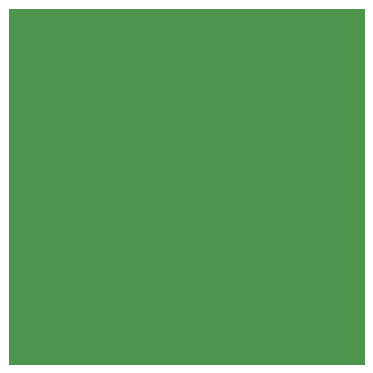
<source format=gbr>
%TF.GenerationSoftware,KiCad,Pcbnew,6.0.6*%
%TF.CreationDate,2022-07-25T13:00:04+00:00*%
%TF.ProjectId,QPL9065,51504c39-3036-4352-9e6b-696361645f70,rev?*%
%TF.SameCoordinates,Original*%
%TF.FileFunction,Soldermask,Bot*%
%TF.FilePolarity,Negative*%
%FSLAX46Y46*%
G04 Gerber Fmt 4.6, Leading zero omitted, Abs format (unit mm)*
G04 Created by KiCad (PCBNEW 6.0.6) date 2022-07-25 13:00:04*
%MOMM*%
%LPD*%
G01*
G04 APERTURE LIST*
G04 Aperture macros list*
%AMRoundRect*
0 Rectangle with rounded corners*
0 $1 Rounding radius*
0 $2 $3 $4 $5 $6 $7 $8 $9 X,Y pos of 4 corners*
0 Add a 4 corners polygon primitive as box body*
4,1,4,$2,$3,$4,$5,$6,$7,$8,$9,$2,$3,0*
0 Add four circle primitives for the rounded corners*
1,1,$1+$1,$2,$3*
1,1,$1+$1,$4,$5*
1,1,$1+$1,$6,$7*
1,1,$1+$1,$8,$9*
0 Add four rect primitives between the rounded corners*
20,1,$1+$1,$2,$3,$4,$5,0*
20,1,$1+$1,$4,$5,$6,$7,0*
20,1,$1+$1,$6,$7,$8,$9,0*
20,1,$1+$1,$8,$9,$2,$3,0*%
G04 Aperture macros list end*
%ADD10C,0.100000*%
%ADD11C,3.300000*%
%ADD12RoundRect,0.050000X0.750000X2.540000X-0.750000X2.540000X-0.750000X-2.540000X0.750000X-2.540000X0*%
G04 APERTURE END LIST*
D10*
G36*
X165000000Y-109000000D02*
G01*
X135000000Y-109000000D01*
X135000000Y-79000000D01*
X165000000Y-79000000D01*
X165000000Y-109000000D01*
G37*
X165000000Y-109000000D02*
X135000000Y-109000000D01*
X135000000Y-79000000D01*
X165000000Y-79000000D01*
X165000000Y-109000000D01*
D11*
%TO.C,MH1*%
X139000000Y-105000000D03*
%TD*%
%TO.C,MH2*%
X139000000Y-83000000D03*
%TD*%
%TO.C,MH3*%
X161000000Y-105000000D03*
%TD*%
%TO.C,MH4*%
X161000000Y-83000000D03*
%TD*%
D12*
%TO.C,J3*%
X154250000Y-81715000D03*
X145750000Y-81715000D03*
%TD*%
M02*

</source>
